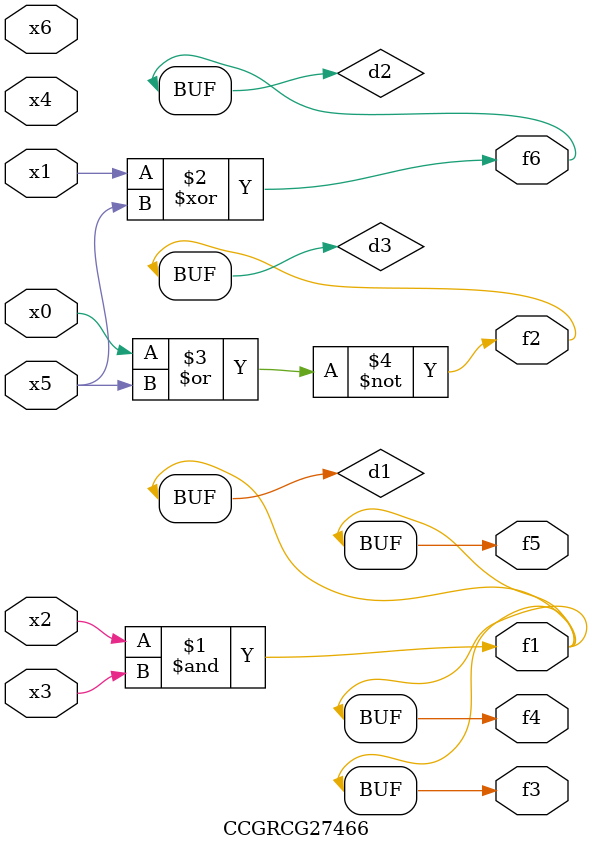
<source format=v>
module CCGRCG27466(
	input x0, x1, x2, x3, x4, x5, x6,
	output f1, f2, f3, f4, f5, f6
);

	wire d1, d2, d3;

	and (d1, x2, x3);
	xor (d2, x1, x5);
	nor (d3, x0, x5);
	assign f1 = d1;
	assign f2 = d3;
	assign f3 = d1;
	assign f4 = d1;
	assign f5 = d1;
	assign f6 = d2;
endmodule

</source>
